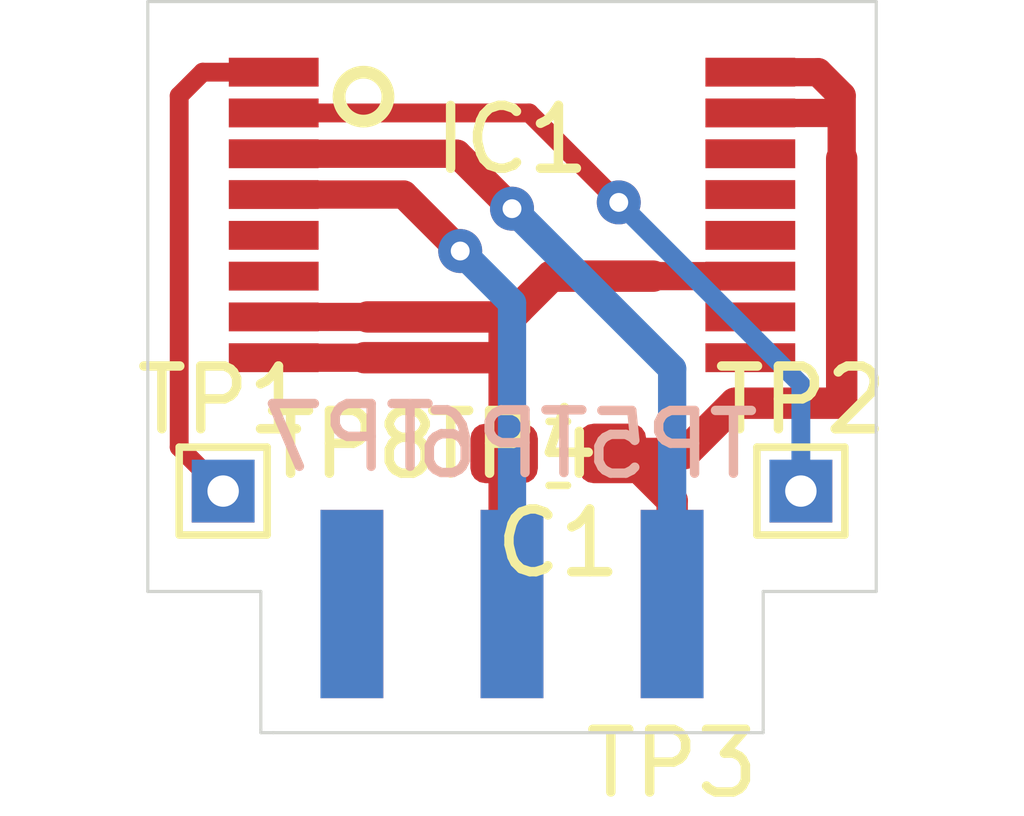
<source format=kicad_pcb>
(kicad_pcb (version 20240108) (generator "pcbnew") (generator_version "8.0")
  (layers (0 "F.Cu" signal) (31 "B.Cu" signal) (34 "B.Paste" user) (35 "F.Paste" user) (36 "B.SilkS" user "B.Silkscreen") (37 "F.SilkS" user "F.Silkscreen") (38 "B.Mask" user) (39 "F.Mask" user) (44 "Edge.Cuts" user))
  (net 0 "")
  (net 1 "+3.3V")
  (net 2 "GND")
  (net 5 "Net-(IC1-MAGDEC)")
  (net 8 "Net-(IC1-MAGINC)")
  (net 12 "/ENCODER_B")
  (net 13 "/ENCODER_A")
  (footprint "Capacitor_SMD:C_0603_1608Metric_Pad1.08x0.95mm_HandSolder" (layer "F.Cu") (at 152.1375 74.4 180)
    (property "Reference" "C1" (at 0 -1.43 0) (layer "F.SilkS"))
    (property "Value" "100nF")
    (fp_line (start -0.146267 0.51) (end 0.146267 0.51) (stroke (width 0.12)) (layer "F.SilkS"))
    (fp_line (start -0.146267 -0.51) (end 0.146267 -0.51) (stroke (width 0.12)) (layer "F.SilkS"))
    (pad "1" smd roundrect (at -0.8625 0 180) (size 1.075 0.95) (layers "F.Cu" "F.Paste" "F.Mask") (net 1 "+3.3V"))
    (pad "2" smd roundrect (at 0.8625 0 180) (size 1.075 0.95) (layers "F.Cu" "F.Paste" "F.Mask") (net 2 "GND"))
  )
  (footprint "Connector_Wire:SolderWirePad_1x01_SMD_1x2mm" (layer "F.Cu") (at 151.4 76.8)
    (property "Reference" "TP4" (at 0 -2.54 0) (layer "F.SilkS"))
    (property "Value" "TestPoint")
    (pad "1" smd rect (at 0 0) (size 1 3) (layers "F.Cu" "F.Paste" "F.Mask") (net 2 "GND"))
  )
  (footprint "TestPoint:TestPoint_THTPad_1.0x1.0mm_Drill0.5mm" (layer "F.Cu") (at 156 75)
    (property "Reference" "TP2" (at 0 -1.448 0) (layer "F.SilkS"))
    (property "Value" "TestPoint")
    (fp_line (start -0.7 -0.7) (end 0.7 -0.7) (stroke (width 0.12)) (layer "F.SilkS"))
    (fp_line (start -0.7 0.7) (end -0.7 -0.7) (stroke (width 0.12)) (layer "F.SilkS"))
    (fp_line (start 0.7 -0.7) (end 0.7 0.7) (stroke (width 0.12)) (layer "F.SilkS"))
    (fp_line (start 0.7 0.7) (end -0.7 0.7) (stroke (width 0.12)) (layer "F.SilkS"))
    (pad "1" thru_hole rect (at 0 0) (size 1 1) (drill 0.5) (layers "*.Cu" "*.Mask") (net 5 "Net-(IC1-MAGDEC)"))
  )
  (footprint "Connector_Wire:SolderWirePad_1x01_SMD_1x2mm" (layer "F.Cu") (at 153.95 76.8 180)
    (property "Reference" "TP3" (at 0 -2.54 0) (layer "F.SilkS"))
    (property "Value" "TestPoint")
    (pad "1" smd rect (at 0 0 180) (size 1 3) (layers "F.Cu" "F.Paste" "F.Mask") (net 1 "+3.3V"))
  )
  (footprint "Package_SO:SSOP16" (layer "F.Cu") (at 151.4 70.6 -90)
    (property "Reference" "IC1" (at -1.2 0 0) (layer "F.SilkS") (effects (font (size 1.001724 1.001724))))
    (property "Value" "AS5040")
    (fp_circle (center -1.885 2.365) (end -1.495 2.365) (stroke (width 0.2032)) (fill none) (layer "F.SilkS"))
    (pad "1" smd rect (at -2.275 3.795 270) (size 0.46 1.43) (layers "F.Cu" "F.Paste" "F.Mask") (net 8 "Net-(IC1-MAGINC)"))
    (pad "2" smd rect (at -1.625 3.795 270) (size 0.46 1.43) (layers "F.Cu" "F.Paste" "F.Mask") (net 5 "Net-(IC1-MAGDEC)"))
    (pad "3" smd rect (at -0.975 3.795 270) (size 0.46 1.43) (layers "F.Cu" "F.Paste" "F.Mask") (net 13 "/ENCODER_A"))
    (pad "4" smd rect (at -0.325 3.795 270) (size 0.46 1.43) (layers "F.Cu" "F.Paste" "F.Mask") (net 12 "/ENCODER_B"))
    (pad "5" smd rect (at 0.325 3.795 270) (size 0.46 1.43) (layers "F.Cu" "F.Paste" "F.Mask"))
    (pad "6" smd rect (at 0.975 3.795 270) (size 0.46 1.43) (layers "F.Cu" "F.Paste" "F.Mask"))
    (pad "7" smd rect (at 1.625 3.795 270) (size 0.46 1.43) (layers "F.Cu" "F.Paste" "F.Mask") (net 2 "GND"))
    (pad "8" smd rect (at 2.275 3.795 270) (size 0.46 1.43) (layers "F.Cu" "F.Paste" "F.Mask") (net 2 "GND"))
    (pad "9" smd rect (at 2.275 -3.795 270) (size 0.46 1.43) (layers "F.Cu" "F.Paste" "F.Mask"))
    (pad "10" smd rect (at 1.625 -3.795 270) (size 0.46 1.43) (layers "F.Cu" "F.Paste" "F.Mask"))
    (pad "11" smd rect (at 0.975 -3.795 270) (size 0.46 1.43) (layers "F.Cu" "F.Paste" "F.Mask") (net 2 "GND"))
    (pad "12" smd rect (at 0.325 -3.795 270) (size 0.46 1.43) (layers "F.Cu" "F.Paste" "F.Mask"))
    (pad "13" smd rect (at -0.325 -3.795 270) (size 0.46 1.43) (layers "F.Cu" "F.Paste" "F.Mask"))
    (pad "14" smd rect (at -0.975 -3.795 270) (size 0.46 1.43) (layers "F.Cu" "F.Paste" "F.Mask"))
    (pad "15" smd rect (at -1.625 -3.795 270) (size 0.46 1.43) (layers "F.Cu" "F.Paste" "F.Mask") (net 1 "+3.3V"))
    (pad "16" smd rect (at -2.275 -3.795 270) (size 0.46 1.43) (layers "F.Cu" "F.Paste" "F.Mask") (net 1 "+3.3V"))
  )
  (footprint "TestPoint:TestPoint_THTPad_1.0x1.0mm_Drill0.5mm" (layer "F.Cu") (at 146.8 75)
    (property "Reference" "TP1" (at 0 -1.448 0) (layer "F.SilkS"))
    (property "Value" "TestPoint")
    (fp_line (start -0.7 -0.7) (end 0.7 -0.7) (stroke (width 0.12)) (layer "F.SilkS"))
    (fp_line (start -0.7 0.7) (end -0.7 -0.7) (stroke (width 0.12)) (layer "F.SilkS"))
    (fp_line (start 0.7 -0.7) (end 0.7 0.7) (stroke (width 0.12)) (layer "F.SilkS"))
    (fp_line (start 0.7 0.7) (end -0.7 0.7) (stroke (width 0.12)) (layer "F.SilkS"))
    (pad "1" thru_hole rect (at 0 0) (size 1 1) (drill 0.5) (layers "*.Cu" "*.Mask") (net 8 "Net-(IC1-MAGINC)"))
  )
  (footprint "Connector_Wire:SolderWirePad_1x01_SMD_1x2mm" (layer "F.Cu") (at 148.85 76.8)
    (property "Reference" "TP8" (at 0 -2.54 0) (layer "F.SilkS"))
    (property "Value" "TestPoint")
    (pad "1" smd rect (at 0 0) (size 1 3) (layers "F.Cu" "F.Paste" "F.Mask"))
  )
  (footprint "Connector_Wire:SolderWirePad_1x01_SMD_1x2mm" (layer "B.Cu") (at 153.95 76.8 180)
    (property "Reference" "TP5" (at 0 2.54 0) (layer "B.SilkS") (effects (justify mirror)))
    (property "Value" "TestPoint")
    (pad "1" smd rect (at 0 0 180) (size 1 3) (layers "B.Cu" "B.Paste" "B.Mask") (net 13 "/ENCODER_A"))
  )
  (footprint "Connector_Wire:SolderWirePad_1x01_SMD_1x2mm" (layer "B.Cu") (at 148.85 76.8 180)
    (property "Reference" "TP7" (at 0.05 2.65 0) (layer "B.SilkS") (effects (justify mirror)))
    (property "Value" "TestPoint")
    (pad "1" smd rect (at 0 0 180) (size 1 3) (layers "B.Cu" "B.Paste" "B.Mask"))
  )
  (footprint "Connector_Wire:SolderWirePad_1x01_SMD_1x2mm" (layer "B.Cu") (at 151.4 76.8 180)
    (property "Reference" "TP6" (at 0.15 2.55 0) (layer "B.SilkS") (effects (justify mirror)))
    (property "Value" "TestPoint")
    (pad "1" smd rect (at 0 0 180) (size 1 3) (layers "B.Cu" "B.Paste" "B.Mask") (net 12 "/ENCODER_B"))
  )
  (gr_line (start 147.4 78.8) (end 147.4 76.6) (stroke (width 0.05)) (layer "Edge.Cuts"))
  (gr_line (start 155.4 76.6) (end 157.2 76.6) (stroke (width 0.05)) (layer "Edge.Cuts"))
  (gr_line (start 147.4 78.8) (end 147.4 78.85) (stroke (width 0.05)) (layer "Edge.Cuts"))
  (gr_line (start 147.6 78.85) (end 155.2 78.85) (stroke (width 0.05)) (layer "Edge.Cuts"))
  (gr_line (start 145.6 76.6) (end 145.6 67.2) (stroke (width 0.05)) (layer "Edge.Cuts"))
  (gr_line (start 157.2 76.6) (end 157.2 67.2) (stroke (width 0.05)) (layer "Edge.Cuts"))
  (gr_line (start 155.2 78.85) (end 155.4 78.85) (stroke (width 0.05)) (layer "Edge.Cuts"))
  (gr_line (start 155.4 78.8) (end 155.4 76.6) (stroke (width 0.05)) (layer "Edge.Cuts"))
  (gr_line (start 147.6 78.85) (end 147.4 78.85) (stroke (width 0.05)) (layer "Edge.Cuts"))
  (gr_line (start 145.6 67.2) (end 157.2 67.2) (stroke (width 0.05)) (layer "Edge.Cuts"))
  (gr_line (start 155.4 78.8) (end 155.4 78.85) (stroke (width 0.05)) (layer "Edge.Cuts"))
  (gr_line (start 147.4 76.6) (end 145.6 76.6) (stroke (width 0.05)) (layer "Edge.Cuts"))
  (segment (start 156.65 73.6) (end 154.95 73.6) (width 0.5) (layer "F.Cu") (net 1))
  (segment (start 156.275 68.325) (end 156.65 68.7) (width 0.45) (layer "F.Cu") (net 1))
  (segment (start 153.95 75.15) (end 153.2 74.4) (width 0.5) (layer "F.Cu") (net 1))
  (segment (start 153.95 76.8) (end 153.95 75.15) (width 0.5) (layer "F.Cu") (net 1))
  (segment (start 153.2 74.4) (end 153 74.4) (width 0.5) (layer "F.Cu") (net 1))
  (segment (start 156.65 68.7) (end 156.65 69.7) (width 0.45) (layer "F.Cu") (net 1))
  (segment (start 154.95 73.6) (end 154.15 74.4) (width 0.5) (layer "F.Cu") (net 1))
  (segment (start 154.15 74.4) (end 153 74.4) (width 0.5) (layer "F.Cu") (net 1))
  (segment (start 155.195 68.975) (end 156.525 68.975) (width 0.45) (layer "F.Cu") (net 1))
  (segment (start 156.65 73.6) (end 156.65 69.7) (width 0.5) (layer "F.Cu") (net 1))
  (segment (start 155.195 68.325) (end 156.275 68.325) (width 0.45) (layer "F.Cu") (net 1))
  (segment (start 151.275 72.9) (end 151.275 74.4) (width 0.5) (layer "F.Cu") (net 2))
  (segment (start 147.605 72.875) (end 149.05 72.875) (width 0.45) (layer "F.Cu") (net 2))
  (segment (start 155.195 71.575) (end 153.65 71.575) (width 0.45) (layer "F.Cu") (net 2))
  (segment (start 151.275 72.9) (end 151.25 72.875) (width 0.5) (layer "F.Cu") (net 2))
  (segment (start 151.275 74.4) (end 151.275 76.925) (width 0.5) (layer "F.Cu") (net 2))
  (segment (start 151.25 72.875) (end 149.05 72.875) (width 0.5) (layer "F.Cu") (net 2))
  (segment (start 151.5 72.1) (end 151.375 72.225) (width 0.5) (layer "F.Cu") (net 2))
  (segment (start 151.275 72.325) (end 151.5 72.1) (width 0.5) (layer "F.Cu") (net 2))
  (segment (start 152.025 71.575) (end 153.65 71.575) (width 0.5) (layer "F.Cu") (net 2))
  (segment (start 151.5 72.1) (end 152.025 71.575) (width 0.5) (layer "F.Cu") (net 2))
  (segment (start 151.4 75.8) (end 151.4 77.05) (width 0.45) (layer "F.Cu") (net 2))
  (segment (start 151.275 72.325) (end 151.275 72.9) (width 0.5) (layer "F.Cu") (net 2))
  (segment (start 151.375 72.225) (end 149.1 72.225) (width 0.5) (layer "F.Cu") (net 2))
  (segment (start 147.605 72.225) (end 149.1 72.225) (width 0.45) (layer "F.Cu") (net 2))
  (segment (start 151.275 76.925) (end 151.4 77.05) (width 0.5) (layer "F.Cu") (net 2))
  (segment (start 151.675 68.975) (end 153.1 70.4) (width 0.3) (layer "F.Cu") (net 5))
  (segment (start 147.605 68.975) (end 151.675 68.975) (width 0.3) (layer "F.Cu") (net 5))
  (via (at 153.1 70.4) (size 0.7) (drill 0.3) (layers "F.Cu" "B.Cu") (net 5))
  (segment (start 156 73.3) (end 156 75) (width 0.3) (layer "B.Cu") (net 5))
  (segment (start 153.1 70.4) (end 156 73.3) (width 0.3) (layer "B.Cu") (net 5))
  (segment (start 147.605 68.325) (end 146.475 68.325) (width 0.3) (layer "F.Cu") (net 8))
  (segment (start 146.1 74.3) (end 146.8 75) (width 0.3) (layer "F.Cu") (net 8))
  (segment (start 146.475 68.325) (end 146.1 68.7) (width 0.3) (layer "F.Cu") (net 8))
  (segment (start 146.1 68.7) (end 146.1 74.3) (width 0.3) (layer "F.Cu") (net 8))
  (segment (start 149.675 70.275) (end 147.605 70.275) (width 0.45) (layer "F.Cu") (net 12))
  (segment (start 150.575 71.175) (end 149.675 70.275) (width 0.45) (layer "F.Cu") (net 12))
  (via (at 150.575 71.175) (size 0.7) (drill 0.3) (layers "F.Cu" "B.Cu") (net 12))
  (segment (start 150.575 71.175) (end 151.4 72) (width 0.45) (layer "B.Cu") (net 12))
  (segment (start 151.4 72) (end 151.4 77.05) (width 0.45) (layer "B.Cu") (net 12))
  (segment (start 150.525 69.625) (end 147.605 69.625) (width 0.45) (layer "F.Cu") (net 13))
  (segment (start 151.4 70.5) (end 150.525 69.625) (width 0.45) (layer "F.Cu") (net 13))
  (via (at 151.4 70.5) (size 0.7) (drill 0.3) (layers "F.Cu" "B.Cu") (net 13))
  (segment (start 153.95 73.05) (end 153.95 77.05) (width 0.45) (layer "B.Cu") (net 13))
  (segment (start 151.4 70.5) (end 153.95 73.05) (width 0.45) (layer "B.Cu") (net 13))
)
</source>
